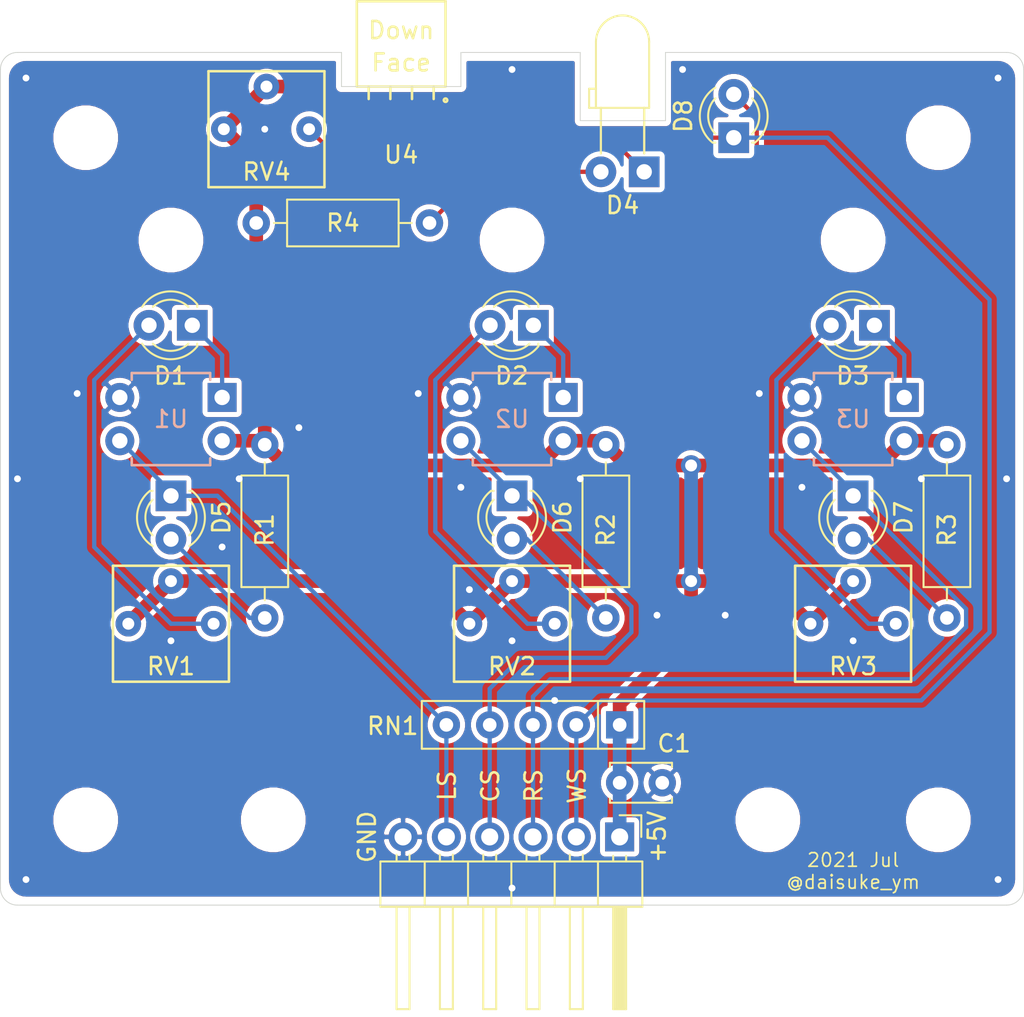
<source format=kicad_pcb>
(kicad_pcb (version 20171130) (host pcbnew "(5.1.6)-1")
  (layers (0 F.Cu signal) (31 B.Cu signal) (34 B.Paste user) (35 F.Paste user) (36 B.SilkS user) (37 F.SilkS user) (38 B.Mask user) (39 F.Mask user) (44 Edge.Cuts user))
  (net 0 "")
  (net 1 +5V)
  (net 2 GND)
  (net 3 "Net-(D1-Pad2)")
  (net 4 "Net-(D2-Pad2)")
  (net 5 /LS1)
  (net 6 "Net-(D3-Pad2)")
  (net 7 "Net-(D4-Pad2)")
  (net 8 "Net-(D4-Pad1)")
  (net 9 "Net-(D5-Pad2)")
  (net 10 "Net-(D6-Pad2)")
  (net 11 /WS1)
  (net 12 "Net-(D7-Pad2)")
  (net 13 "Net-(D8-Pad2)")
  (net 14 /RS1)
  (net 15 /CS1)
  (net 16 "Net-(D1-Pad1)")
  (net 17 "Net-(D2-Pad1)")
  (net 18 "Net-(D3-Pad1)")
  (module MountingHole:MountingHole_3.2mm_M3 (layer F.Cu) (at 175 125)
    (fp_text reference MH6 hide)
    (fp_text value MountingHole_3.2mm_M3)
    (pad 1 np_thru_hole circle (at 0 0) (size 3.2 3.2) (drill 3.2) (layers *.Cu *.Mask))
  )
  (module MountingHole:MountingHole_3.2mm_M3 (layer F.Cu) (at 170 91)
    (fp_text reference MH8 hide)
    (fp_text value MountingHole_3.2mm_M3)
    (pad 1 np_thru_hole circle (at 0 0) (size 3.2 3.2) (drill 3.2) (layers *.Cu *.Mask))
  )
  (module MountingHole:MountingHole_3.2mm_M3 (layer F.Cu) (at 150 91)
    (fp_text reference MH9 hide)
    (fp_text value MountingHole_3.2mm_M3)
    (pad 1 np_thru_hole circle (at 0 0) (size 3.2 3.2) (drill 3.2) (layers *.Cu *.Mask))
  )
  (module MountingHole:MountingHole_3.2mm_M3 (layer F.Cu) (at 130 91)
    (fp_text reference MH10 hide)
    (fp_text value MountingHole_3.2mm_M3)
    (pad 1 np_thru_hole circle (at 0 0) (size 3.2 3.2) (drill 3.2) (layers *.Cu *.Mask))
  )
  (module MountingHole:MountingHole_3.2mm_M3 (layer F.Cu) (at 165 125)
    (fp_text reference MH5 hide)
    (fp_text value MountingHole_3.2mm_M3)
    (pad 1 np_thru_hole circle (at 0 0) (size 3.2 3.2) (drill 3.2) (layers *.Cu *.Mask))
  )
  (module MountingHole:MountingHole_3.2mm_M3 (layer F.Cu) (at 136 125)
    (fp_text reference MH4 hide)
    (fp_text value MountingHole_3.2mm_M3)
    (pad 1 np_thru_hole circle (at 0 0) (size 3.2 3.2) (drill 3.2) (layers *.Cu *.Mask))
  )
  (module MountingHole:MountingHole_3.2mm_M3 (layer F.Cu) (at 125 125)
    (fp_text reference MH3 hide)
    (fp_text value MountingHole_3.2mm_M3)
    (pad 1 np_thru_hole circle (at 0 0) (size 3.2 3.2) (drill 3.2) (layers *.Cu *.Mask))
  )
  (module MountingHole:MountingHole_3.2mm_M3 (layer F.Cu) (at 175 85)
    (fp_text reference MH2 hide)
    (fp_text value MountingHole_3.2mm_M3)
    (pad 1 np_thru_hole circle (at 0 0) (size 3.2 3.2) (drill 3.2) (layers *.Cu *.Mask))
  )
  (module MountingHole:MountingHole_3.2mm_M3 (layer F.Cu) (at 125 85)
    (fp_text reference MH1 hide)
    (fp_text value MountingHole_3.2mm_M3 hide)
    (pad 1 np_thru_hole circle (at 0 0) (size 3.2 3.2) (drill 3.2) (layers *.Cu *.Mask))
  )
  (module LED_THT:LED_D3.0mm_Horizontal_O3.81mm_Z6.0mm (layer F.Cu) (at 157.75 87 180)
    (fp_text reference D4 (at 1.27 -1.96) (layer F.SilkS))
    (fp_text value "IR LED")
    (fp_line (start -0.29 3.75) (end -0.29 7.61) (layer F.SilkS) (width 0.12))
    (fp_line (start 2.83 3.75) (end 2.83 7.61) (layer F.SilkS) (width 0.12))
    (fp_line (start -0.29 3.75) (end 2.83 3.75) (layer F.SilkS) (width 0.12))
    (fp_line (start 3.23 3.75) (end 3.23 4.87) (layer F.SilkS) (width 0.12))
    (fp_line (start 3.23 4.87) (end 2.83 4.87) (layer F.SilkS) (width 0.12))
    (fp_line (start 2.83 4.87) (end 2.83 3.75) (layer F.SilkS) (width 0.12))
    (fp_line (start 2.83 3.75) (end 3.23 3.75) (layer F.SilkS) (width 0.12))
    (fp_line (start 0 1.08) (end 0 3.75) (layer F.SilkS) (width 0.12))
    (fp_line (start 0 3.75) (end 0 3.75) (layer F.SilkS) (width 0.12))
    (fp_line (start 0 3.75) (end 0 1.08) (layer F.SilkS) (width 0.12))
    (fp_line (start 0 1.08) (end 0 1.08) (layer F.SilkS) (width 0.12))
    (fp_line (start 2.54 1.08) (end 2.54 3.75) (layer F.SilkS) (width 0.12))
    (fp_line (start 2.54 3.75) (end 2.54 3.75) (layer F.SilkS) (width 0.12))
    (fp_line (start 2.54 3.75) (end 2.54 1.08) (layer F.SilkS) (width 0.12))
    (fp_line (start 2.54 1.08) (end 2.54 1.08) (layer F.SilkS) (width 0.12))
    (fp_arc (start 1.27 7.61) (end -0.29 7.61) (angle -180) (layer F.SilkS) (width 0.12))
    (pad 1 thru_hole rect (at 0 0 180) (size 1.8 1.8) (drill 0.9) (layers *.Cu *.Mask) (net 8 "Net-(D4-Pad1)"))
    (pad 2 thru_hole circle (at 2.54 0 180) (size 1.8 1.8) (drill 0.9) (layers *.Cu *.Mask) (net 7 "Net-(D4-Pad2)"))
  )
  (module MyLib:S6809_Horizontal_Facedown (layer F.Cu) (at 143.5 84 180)
    (fp_text reference U4 (at 0 -2) (layer F.SilkS))
    (fp_text value S6809)
    (fp_circle (center -2.6 1.2) (end -2.6 1.3) (layer F.SilkS) (width 0.15))
    (fp_line (start -1.905 1.27) (end -1.905 2) (layer F.SilkS) (width 0.15))
    (fp_line (start -0.635 1.27) (end -0.635 2) (layer F.SilkS) (width 0.15))
    (fp_line (start 0.635 1.27) (end 0.635 2) (layer F.SilkS) (width 0.15))
    (fp_line (start 1.905 1.27) (end 1.905 2) (layer F.SilkS) (width 0.15))
    (fp_line (start -2.6 2) (end 2.6 2) (layer F.SilkS) (width 0.15))
    (fp_line (start 2.6 2) (end 2.6 7) (layer F.SilkS) (width 0.15))
    (fp_line (start 2.6 7) (end -2.6 7) (layer F.SilkS) (width 0.15))
    (fp_line (start -2.6 7) (end -2.6 2) (layer F.SilkS) (width 0.15))
    (fp_text user Face (at 0 3.4) (layer F.SilkS))
    (fp_text user Down (at 0 5.3) (layer F.SilkS))
    (pad 1 smd rect (at -1.905 0 180) (size 1 2) (layers F.Cu F.Paste F.Mask) (net 11 /WS1))
    (pad 2 smd rect (at -0.635 0 180) (size 1 2) (layers F.Cu F.Paste F.Mask) (net 2 GND))
    (pad 3 smd rect (at 0.635 0 180) (size 1 2) (layers F.Cu F.Paste F.Mask) (net 8 "Net-(D4-Pad1)"))
    (pad 4 smd rect (at 1.905 0 180) (size 1 2) (layers F.Cu F.Paste F.Mask) (net 1 +5V))
  )
  (module LED_THT:LED_D3.0mm_Clear (layer F.Cu) (at 130 106 270)
    (fp_text reference D5 (at 1.27 -2.96 90) (layer F.SilkS))
    (fp_text value RED)
    (fp_line (start -0.29 1.08) (end -0.29 1.236) (layer F.SilkS) (width 0.12))
    (fp_line (start -0.29 -1.236) (end -0.29 -1.08) (layer F.SilkS) (width 0.12))
    (fp_arc (start 1.27 0) (end 0.229039 1.08) (angle -87.9) (layer F.SilkS) (width 0.12))
    (fp_arc (start 1.27 0) (end 0.229039 -1.08) (angle 87.9) (layer F.SilkS) (width 0.12))
    (fp_arc (start 1.27 0) (end -0.29 1.235516) (angle -108.8) (layer F.SilkS) (width 0.12))
    (fp_arc (start 1.27 0) (end -0.29 -1.235516) (angle 108.8) (layer F.SilkS) (width 0.12))
    (pad 2 thru_hole circle (at 2.54 0 270) (size 1.8 1.8) (drill 0.9) (layers *.Cu *.Mask) (net 9 "Net-(D5-Pad2)"))
    (pad 1 thru_hole rect (at 0 0 270) (size 1.8 1.8) (drill 0.9) (layers *.Cu *.Mask) (net 5 /LS1))
  )
  (module LED_THT:LED_D3.0mm_Clear (layer F.Cu) (at 150 106 270)
    (fp_text reference D6 (at 1.27 -2.96 90) (layer F.SilkS))
    (fp_text value BLUE)
    (fp_line (start -0.29 -1.236) (end -0.29 -1.08) (layer F.SilkS) (width 0.12))
    (fp_line (start -0.29 1.08) (end -0.29 1.236) (layer F.SilkS) (width 0.12))
    (fp_arc (start 1.27 0) (end -0.29 -1.235516) (angle 108.8) (layer F.SilkS) (width 0.12))
    (fp_arc (start 1.27 0) (end -0.29 1.235516) (angle -108.8) (layer F.SilkS) (width 0.12))
    (fp_arc (start 1.27 0) (end 0.229039 -1.08) (angle 87.9) (layer F.SilkS) (width 0.12))
    (fp_arc (start 1.27 0) (end 0.229039 1.08) (angle -87.9) (layer F.SilkS) (width 0.12))
    (pad 1 thru_hole rect (at 0 0 270) (size 1.8 1.8) (drill 0.9) (layers *.Cu *.Mask) (net 15 /CS1))
    (pad 2 thru_hole circle (at 2.54 0 270) (size 1.8 1.8) (drill 0.9) (layers *.Cu *.Mask) (net 10 "Net-(D6-Pad2)"))
  )
  (module LED_THT:LED_D3.0mm_Clear (layer F.Cu) (at 170 106 270)
    (fp_text reference D7 (at 1.27 -2.96 90) (layer F.SilkS))
    (fp_text value RED)
    (fp_line (start -0.29 1.08) (end -0.29 1.236) (layer F.SilkS) (width 0.12))
    (fp_line (start -0.29 -1.236) (end -0.29 -1.08) (layer F.SilkS) (width 0.12))
    (fp_arc (start 1.27 0) (end 0.229039 1.08) (angle -87.9) (layer F.SilkS) (width 0.12))
    (fp_arc (start 1.27 0) (end 0.229039 -1.08) (angle 87.9) (layer F.SilkS) (width 0.12))
    (fp_arc (start 1.27 0) (end -0.29 1.235516) (angle -108.8) (layer F.SilkS) (width 0.12))
    (fp_arc (start 1.27 0) (end -0.29 -1.235516) (angle 108.8) (layer F.SilkS) (width 0.12))
    (pad 2 thru_hole circle (at 2.54 0 270) (size 1.8 1.8) (drill 0.9) (layers *.Cu *.Mask) (net 12 "Net-(D7-Pad2)"))
    (pad 1 thru_hole rect (at 0 0 270) (size 1.8 1.8) (drill 0.9) (layers *.Cu *.Mask) (net 14 /RS1))
  )
  (module LED_THT:LED_D3.0mm_Clear (layer F.Cu) (at 131.25 96 180)
    (fp_text reference D1 (at 1.27 -2.96) (layer F.SilkS))
    (fp_text value "IR LED")
    (fp_line (start -0.29 -1.236) (end -0.29 -1.08) (layer F.SilkS) (width 0.12))
    (fp_line (start -0.29 1.08) (end -0.29 1.236) (layer F.SilkS) (width 0.12))
    (fp_arc (start 1.27 0) (end -0.29 -1.235516) (angle 108.8) (layer F.SilkS) (width 0.12))
    (fp_arc (start 1.27 0) (end -0.29 1.235516) (angle -108.8) (layer F.SilkS) (width 0.12))
    (fp_arc (start 1.27 0) (end 0.229039 -1.08) (angle 87.9) (layer F.SilkS) (width 0.12))
    (fp_arc (start 1.27 0) (end 0.229039 1.08) (angle -87.9) (layer F.SilkS) (width 0.12))
    (pad 1 thru_hole rect (at 0 0 180) (size 1.8 1.8) (drill 0.9) (layers *.Cu *.Mask) (net 16 "Net-(D1-Pad1)"))
    (pad 2 thru_hole circle (at 2.54 0 180) (size 1.8 1.8) (drill 0.9) (layers *.Cu *.Mask) (net 3 "Net-(D1-Pad2)"))
  )
  (module LED_THT:LED_D3.0mm_Clear (layer F.Cu) (at 151.25 96 180)
    (fp_text reference D2 (at 1.27 -2.96) (layer F.SilkS))
    (fp_text value "IR LED")
    (fp_line (start -0.29 1.08) (end -0.29 1.236) (layer F.SilkS) (width 0.12))
    (fp_line (start -0.29 -1.236) (end -0.29 -1.08) (layer F.SilkS) (width 0.12))
    (fp_arc (start 1.27 0) (end 0.229039 1.08) (angle -87.9) (layer F.SilkS) (width 0.12))
    (fp_arc (start 1.27 0) (end 0.229039 -1.08) (angle 87.9) (layer F.SilkS) (width 0.12))
    (fp_arc (start 1.27 0) (end -0.29 1.235516) (angle -108.8) (layer F.SilkS) (width 0.12))
    (fp_arc (start 1.27 0) (end -0.29 -1.235516) (angle 108.8) (layer F.SilkS) (width 0.12))
    (pad 2 thru_hole circle (at 2.54 0 180) (size 1.8 1.8) (drill 0.9) (layers *.Cu *.Mask) (net 4 "Net-(D2-Pad2)"))
    (pad 1 thru_hole rect (at 0 0 180) (size 1.8 1.8) (drill 0.9) (layers *.Cu *.Mask) (net 17 "Net-(D2-Pad1)"))
  )
  (module LED_THT:LED_D3.0mm_Clear (layer F.Cu) (at 171.25 96 180)
    (fp_text reference D3 (at 1.27 -2.96) (layer F.SilkS))
    (fp_text value "IR LED")
    (fp_line (start -0.29 -1.236) (end -0.29 -1.08) (layer F.SilkS) (width 0.12))
    (fp_line (start -0.29 1.08) (end -0.29 1.236) (layer F.SilkS) (width 0.12))
    (fp_arc (start 1.27 0) (end -0.29 -1.235516) (angle 108.8) (layer F.SilkS) (width 0.12))
    (fp_arc (start 1.27 0) (end -0.29 1.235516) (angle -108.8) (layer F.SilkS) (width 0.12))
    (fp_arc (start 1.27 0) (end 0.229039 -1.08) (angle 87.9) (layer F.SilkS) (width 0.12))
    (fp_arc (start 1.27 0) (end 0.229039 1.08) (angle -87.9) (layer F.SilkS) (width 0.12))
    (pad 1 thru_hole rect (at 0 0 180) (size 1.8 1.8) (drill 0.9) (layers *.Cu *.Mask) (net 18 "Net-(D3-Pad1)"))
    (pad 2 thru_hole circle (at 2.54 0 180) (size 1.8 1.8) (drill 0.9) (layers *.Cu *.Mask) (net 6 "Net-(D3-Pad2)"))
  )
  (module LED_THT:LED_D3.0mm_Clear (layer F.Cu) (at 163 85 90)
    (fp_text reference D8 (at 1.27 -2.96 90) (layer F.SilkS))
    (fp_text value YELLOW)
    (fp_line (start -0.29 -1.236) (end -0.29 -1.08) (layer F.SilkS) (width 0.12))
    (fp_line (start -0.29 1.08) (end -0.29 1.236) (layer F.SilkS) (width 0.12))
    (fp_arc (start 1.27 0) (end -0.29 -1.235516) (angle 108.8) (layer F.SilkS) (width 0.12))
    (fp_arc (start 1.27 0) (end -0.29 1.235516) (angle -108.8) (layer F.SilkS) (width 0.12))
    (fp_arc (start 1.27 0) (end 0.229039 -1.08) (angle 87.9) (layer F.SilkS) (width 0.12))
    (fp_arc (start 1.27 0) (end 0.229039 1.08) (angle -87.9) (layer F.SilkS) (width 0.12))
    (pad 1 thru_hole rect (at 0 0 90) (size 1.8 1.8) (drill 0.9) (layers *.Cu *.Mask) (net 11 /WS1))
    (pad 2 thru_hole circle (at 2.54 0 90) (size 1.8 1.8) (drill 0.9) (layers *.Cu *.Mask) (net 13 "Net-(D8-Pad2)"))
  )
  (module Connector_PinHeader_2.54mm:PinHeader_1x06_P2.54mm_Horizontal (layer F.Cu) (at 156.31 126 270)
    (fp_text reference J1 hide)
    (fp_text value Conn_01x06)
    (fp_line (start 1.44 -1.33) (end 1.44 14.03) (layer F.SilkS) (width 0.12))
    (fp_line (start 1.44 14.03) (end 4.1 14.03) (layer F.SilkS) (width 0.12))
    (fp_line (start 4.1 14.03) (end 4.1 -1.33) (layer F.SilkS) (width 0.12))
    (fp_line (start 4.1 -1.33) (end 1.44 -1.33) (layer F.SilkS) (width 0.12))
    (fp_line (start 4.1 -0.38) (end 10.1 -0.38) (layer F.SilkS) (width 0.12))
    (fp_line (start 10.1 -0.38) (end 10.1 0.38) (layer F.SilkS) (width 0.12))
    (fp_line (start 10.1 0.38) (end 4.1 0.38) (layer F.SilkS) (width 0.12))
    (fp_line (start 4.1 -0.32) (end 10.1 -0.32) (layer F.SilkS) (width 0.12))
    (fp_line (start 4.1 -0.2) (end 10.1 -0.2) (layer F.SilkS) (width 0.12))
    (fp_line (start 4.1 -0.08) (end 10.1 -0.08) (layer F.SilkS) (width 0.12))
    (fp_line (start 4.1 0.04) (end 10.1 0.04) (layer F.SilkS) (width 0.12))
    (fp_line (start 4.1 0.16) (end 10.1 0.16) (layer F.SilkS) (width 0.12))
    (fp_line (start 4.1 0.28) (end 10.1 0.28) (layer F.SilkS) (width 0.12))
    (fp_line (start 1.11 -0.38) (end 1.44 -0.38) (layer F.SilkS) (width 0.12))
    (fp_line (start 1.11 0.38) (end 1.44 0.38) (layer F.SilkS) (width 0.12))
    (fp_line (start 1.44 1.27) (end 4.1 1.27) (layer F.SilkS) (width 0.12))
    (fp_line (start 4.1 2.16) (end 10.1 2.16) (layer F.SilkS) (width 0.12))
    (fp_line (start 10.1 2.16) (end 10.1 2.92) (layer F.SilkS) (width 0.12))
    (fp_line (start 10.1 2.92) (end 4.1 2.92) (layer F.SilkS) (width 0.12))
    (fp_line (start 1.042929 2.16) (end 1.44 2.16) (layer F.SilkS) (width 0.12))
    (fp_line (start 1.042929 2.92) (end 1.44 2.92) (layer F.SilkS) (width 0.12))
    (fp_line (start 1.44 3.81) (end 4.1 3.81) (layer F.SilkS) (width 0.12))
    (fp_line (start 4.1 4.7) (end 10.1 4.7) (layer F.SilkS) (width 0.12))
    (fp_line (start 10.1 4.7) (end 10.1 5.46) (layer F.SilkS) (width 0.12))
    (fp_line (start 10.1 5.46) (end 4.1 5.46) (layer F.SilkS) (width 0.12))
    (fp_line (start 1.042929 4.7) (end 1.44 4.7) (layer F.SilkS) (width 0.12))
    (fp_line (start 1.042929 5.46) (end 1.44 5.46) (layer F.SilkS) (width 0.12))
    (fp_line (start 1.44 6.35) (end 4.1 6.35) (layer F.SilkS) (width 0.12))
    (fp_line (start 4.1 7.24) (end 10.1 7.24) (layer F.SilkS) (width 0.12))
    (fp_line (start 10.1 7.24) (end 10.1 8) (layer F.SilkS) (width 0.12))
    (fp_line (start 10.1 8) (end 4.1 8) (layer F.SilkS) (width 0.12))
    (fp_line (start 1.042929 7.24) (end 1.44 7.24) (layer F.SilkS) (width 0.12))
    (fp_line (start 1.042929 8) (end 1.44 8) (layer F.SilkS) (width 0.12))
    (fp_line (start 1.44 8.89) (end 4.1 8.89) (layer F.SilkS) (width 0.12))
    (fp_line (start 4.1 9.78) (end 10.1 9.78) (layer F.SilkS) (width 0.12))
    (fp_line (start 10.1 9.78) (end 10.1 10.54) (layer F.SilkS) (width 0.12))
    (fp_line (start 10.1 10.54) (end 4.1 10.54) (layer F.SilkS) (width 0.12))
    (fp_line (start 1.042929 9.78) (end 1.44 9.78) (layer F.SilkS) (width 0.12))
    (fp_line (start 1.042929 10.54) (end 1.44 10.54) (layer F.SilkS) (width 0.12))
    (fp_line (start 1.44 11.43) (end 4.1 11.43) (layer F.SilkS) (width 0.12))
    (fp_line (start 4.1 12.32) (end 10.1 12.32) (layer F.SilkS) (width 0.12))
    (fp_line (start 10.1 12.32) (end 10.1 13.08) (layer F.SilkS) (width 0.12))
    (fp_line (start 10.1 13.08) (end 4.1 13.08) (layer F.SilkS) (width 0.12))
    (fp_line (start 1.042929 12.32) (end 1.44 12.32) (layer F.SilkS) (width 0.12))
    (fp_line (start 1.042929 13.08) (end 1.44 13.08) (layer F.SilkS) (width 0.12))
    (fp_line (start -1.27 0) (end -1.27 -1.27) (layer F.SilkS) (width 0.12))
    (fp_line (start -1.27 -1.27) (end 0 -1.27) (layer F.SilkS) (width 0.12))
    (pad 1 thru_hole rect (at 0 0 270) (size 1.7 1.7) (drill 1) (layers *.Cu *.Mask) (net 1 +5V))
    (pad 2 thru_hole oval (at 0 2.54 270) (size 1.7 1.7) (drill 1) (layers *.Cu *.Mask) (net 11 /WS1))
    (pad 3 thru_hole oval (at 0 5.08 270) (size 1.7 1.7) (drill 1) (layers *.Cu *.Mask) (net 14 /RS1))
    (pad 4 thru_hole oval (at 0 7.62 270) (size 1.7 1.7) (drill 1) (layers *.Cu *.Mask) (net 15 /CS1))
    (pad 5 thru_hole oval (at 0 10.16 270) (size 1.7 1.7) (drill 1) (layers *.Cu *.Mask) (net 5 /LS1))
    (pad 6 thru_hole oval (at 0 12.7 270) (size 1.7 1.7) (drill 1) (layers *.Cu *.Mask) (net 2 GND))
  )
  (module Resistor_THT:R_Axial_DIN0207_L6.3mm_D2.5mm_P10.16mm_Horizontal (layer F.Cu) (at 135.5 103 270)
    (fp_text reference R1 (at 5 0 90) (layer F.SilkS))
    (fp_text value 1k)
    (fp_line (start 1.81 -1.37) (end 1.81 1.37) (layer F.SilkS) (width 0.12))
    (fp_line (start 1.81 1.37) (end 8.35 1.37) (layer F.SilkS) (width 0.12))
    (fp_line (start 8.35 1.37) (end 8.35 -1.37) (layer F.SilkS) (width 0.12))
    (fp_line (start 8.35 -1.37) (end 1.81 -1.37) (layer F.SilkS) (width 0.12))
    (fp_line (start 1.04 0) (end 1.81 0) (layer F.SilkS) (width 0.12))
    (fp_line (start 9.12 0) (end 8.35 0) (layer F.SilkS) (width 0.12))
    (pad 1 thru_hole circle (at 0 0 270) (size 1.6 1.6) (drill 0.8) (layers *.Cu *.Mask) (net 1 +5V))
    (pad 2 thru_hole oval (at 10.16 0 270) (size 1.6 1.6) (drill 0.8) (layers *.Cu *.Mask) (net 9 "Net-(D5-Pad2)"))
  )
  (module Resistor_THT:R_Axial_DIN0207_L6.3mm_D2.5mm_P10.16mm_Horizontal (layer F.Cu) (at 155.5 103 270)
    (fp_text reference R2 (at 5 0 90) (layer F.SilkS))
    (fp_text value 1k)
    (fp_line (start 9.12 0) (end 8.35 0) (layer F.SilkS) (width 0.12))
    (fp_line (start 1.04 0) (end 1.81 0) (layer F.SilkS) (width 0.12))
    (fp_line (start 8.35 -1.37) (end 1.81 -1.37) (layer F.SilkS) (width 0.12))
    (fp_line (start 8.35 1.37) (end 8.35 -1.37) (layer F.SilkS) (width 0.12))
    (fp_line (start 1.81 1.37) (end 8.35 1.37) (layer F.SilkS) (width 0.12))
    (fp_line (start 1.81 -1.37) (end 1.81 1.37) (layer F.SilkS) (width 0.12))
    (pad 2 thru_hole oval (at 10.16 0 270) (size 1.6 1.6) (drill 0.8) (layers *.Cu *.Mask) (net 10 "Net-(D6-Pad2)"))
    (pad 1 thru_hole circle (at 0 0 270) (size 1.6 1.6) (drill 0.8) (layers *.Cu *.Mask) (net 1 +5V))
  )
  (module Resistor_THT:R_Axial_DIN0207_L6.3mm_D2.5mm_P10.16mm_Horizontal (layer F.Cu) (at 175.5 103 270)
    (fp_text reference R3 (at 5 0 90) (layer F.SilkS))
    (fp_text value 1k)
    (fp_line (start 1.81 -1.37) (end 1.81 1.37) (layer F.SilkS) (width 0.12))
    (fp_line (start 1.81 1.37) (end 8.35 1.37) (layer F.SilkS) (width 0.12))
    (fp_line (start 8.35 1.37) (end 8.35 -1.37) (layer F.SilkS) (width 0.12))
    (fp_line (start 8.35 -1.37) (end 1.81 -1.37) (layer F.SilkS) (width 0.12))
    (fp_line (start 1.04 0) (end 1.81 0) (layer F.SilkS) (width 0.12))
    (fp_line (start 9.12 0) (end 8.35 0) (layer F.SilkS) (width 0.12))
    (pad 1 thru_hole circle (at 0 0 270) (size 1.6 1.6) (drill 0.8) (layers *.Cu *.Mask) (net 1 +5V))
    (pad 2 thru_hole oval (at 10.16 0 270) (size 1.6 1.6) (drill 0.8) (layers *.Cu *.Mask) (net 12 "Net-(D7-Pad2)"))
  )
  (module Resistor_THT:R_Axial_DIN0207_L6.3mm_D2.5mm_P10.16mm_Horizontal (layer F.Cu) (at 135 90)
    (fp_text reference R4 (at 5.08 0) (layer F.SilkS))
    (fp_text value 1k)
    (fp_line (start 9.12 0) (end 8.35 0) (layer F.SilkS) (width 0.12))
    (fp_line (start 1.04 0) (end 1.81 0) (layer F.SilkS) (width 0.12))
    (fp_line (start 8.35 -1.37) (end 1.81 -1.37) (layer F.SilkS) (width 0.12))
    (fp_line (start 8.35 1.37) (end 8.35 -1.37) (layer F.SilkS) (width 0.12))
    (fp_line (start 1.81 1.37) (end 8.35 1.37) (layer F.SilkS) (width 0.12))
    (fp_line (start 1.81 -1.37) (end 1.81 1.37) (layer F.SilkS) (width 0.12))
    (pad 2 thru_hole oval (at 10.16 0) (size 1.6 1.6) (drill 0.8) (layers *.Cu *.Mask) (net 13 "Net-(D8-Pad2)"))
    (pad 1 thru_hole circle (at 0 0) (size 1.6 1.6) (drill 0.8) (layers *.Cu *.Mask) (net 1 +5V))
  )
  (module Resistor_THT:R_Array_SIP5 (layer F.Cu) (at 156.31 119.43 180)
    (fp_text reference RN1 (at 13.31 -0.07) (layer F.SilkS))
    (fp_text value 10k)
    (fp_line (start -1.44 -1.4) (end -1.44 1.4) (layer F.SilkS) (width 0.12))
    (fp_line (start -1.44 1.4) (end 11.6 1.4) (layer F.SilkS) (width 0.12))
    (fp_line (start 11.6 1.4) (end 11.6 -1.4) (layer F.SilkS) (width 0.12))
    (fp_line (start 11.6 -1.4) (end -1.44 -1.4) (layer F.SilkS) (width 0.12))
    (fp_line (start 1.27 -1.4) (end 1.27 1.4) (layer F.SilkS) (width 0.12))
    (pad 1 thru_hole rect (at 0 0 180) (size 1.6 1.6) (drill 0.8) (layers *.Cu *.Mask) (net 1 +5V))
    (pad 2 thru_hole oval (at 2.54 0 180) (size 1.6 1.6) (drill 0.8) (layers *.Cu *.Mask) (net 11 /WS1))
    (pad 3 thru_hole oval (at 5.08 0 180) (size 1.6 1.6) (drill 0.8) (layers *.Cu *.Mask) (net 14 /RS1))
    (pad 4 thru_hole oval (at 7.62 0 180) (size 1.6 1.6) (drill 0.8) (layers *.Cu *.Mask) (net 15 /CS1))
    (pad 5 thru_hole oval (at 10.16 0 180) (size 1.6 1.6) (drill 0.8) (layers *.Cu *.Mask) (net 5 /LS1))
  )
  (module MyLib:GF063P1 (layer F.Cu) (at 130 113.5)
    (fp_text reference RV1 (at 0 2.5) (layer F.SilkS))
    (fp_text value 4K7)
    (fp_line (start -3.4 -3.4) (end -3.4 3.4) (layer F.SilkS) (width 0.15))
    (fp_line (start -3.4 3.4) (end 3.4 3.4) (layer F.SilkS) (width 0.15))
    (fp_line (start 3.4 3.4) (end 3.4 -3.4) (layer F.SilkS) (width 0.15))
    (fp_line (start 3.4 -3.4) (end -3.4 -3.4) (layer F.SilkS) (width 0.15))
    (pad 3 thru_hole circle (at 2.5 0) (size 1.5 1.5) (drill 0.7) (layers *.Cu *.Mask) (net 3 "Net-(D1-Pad2)"))
    (pad 2 thru_hole circle (at 0 -2.5) (size 1.5 1.5) (drill 0.7) (layers *.Cu *.Mask) (net 1 +5V))
    (pad 1 thru_hole circle (at -2.5 0) (size 1.5 1.5) (drill 0.7) (layers *.Cu *.Mask) (net 1 +5V))
  )
  (module MyLib:GF063P1 (layer F.Cu) (at 150 113.5)
    (fp_text reference RV2 (at 0 2.5) (layer F.SilkS))
    (fp_text value 4K7)
    (fp_line (start 3.4 -3.4) (end -3.4 -3.4) (layer F.SilkS) (width 0.15))
    (fp_line (start 3.4 3.4) (end 3.4 -3.4) (layer F.SilkS) (width 0.15))
    (fp_line (start -3.4 3.4) (end 3.4 3.4) (layer F.SilkS) (width 0.15))
    (fp_line (start -3.4 -3.4) (end -3.4 3.4) (layer F.SilkS) (width 0.15))
    (pad 1 thru_hole circle (at -2.5 0) (size 1.5 1.5) (drill 0.7) (layers *.Cu *.Mask) (net 1 +5V))
    (pad 2 thru_hole circle (at 0 -2.5) (size 1.5 1.5) (drill 0.7) (layers *.Cu *.Mask) (net 1 +5V))
    (pad 3 thru_hole circle (at 2.5 0) (size 1.5 1.5) (drill 0.7) (layers *.Cu *.Mask) (net 4 "Net-(D2-Pad2)"))
  )
  (module MyLib:GF063P1 (layer F.Cu) (at 170 113.5)
    (fp_text reference RV3 (at 0 2.5) (layer F.SilkS))
    (fp_text value 4K7)
    (fp_line (start 3.4 -3.4) (end -3.4 -3.4) (layer F.SilkS) (width 0.15))
    (fp_line (start 3.4 3.4) (end 3.4 -3.4) (layer F.SilkS) (width 0.15))
    (fp_line (start -3.4 3.4) (end 3.4 3.4) (layer F.SilkS) (width 0.15))
    (fp_line (start -3.4 -3.4) (end -3.4 3.4) (layer F.SilkS) (width 0.15))
    (pad 1 thru_hole circle (at -2.5 0) (size 1.5 1.5) (drill 0.7) (layers *.Cu *.Mask) (net 1 +5V))
    (pad 2 thru_hole circle (at 0 -2.5) (size 1.5 1.5) (drill 0.7) (layers *.Cu *.Mask) (net 1 +5V))
    (pad 3 thru_hole circle (at 2.5 0) (size 1.5 1.5) (drill 0.7) (layers *.Cu *.Mask) (net 6 "Net-(D3-Pad2)"))
  )
  (module MyLib:GF063P1 (layer F.Cu) (at 135.6 84.5)
    (fp_text reference RV4 (at 0 2.5) (layer F.SilkS))
    (fp_text value 4K7)
    (fp_line (start -3.4 -3.4) (end -3.4 3.4) (layer F.SilkS) (width 0.15))
    (fp_line (start -3.4 3.4) (end 3.4 3.4) (layer F.SilkS) (width 0.15))
    (fp_line (start 3.4 3.4) (end 3.4 -3.4) (layer F.SilkS) (width 0.15))
    (fp_line (start 3.4 -3.4) (end -3.4 -3.4) (layer F.SilkS) (width 0.15))
    (pad 3 thru_hole circle (at 2.5 0) (size 1.5 1.5) (drill 0.7) (layers *.Cu *.Mask) (net 7 "Net-(D4-Pad2)"))
    (pad 2 thru_hole circle (at 0 -2.5) (size 1.5 1.5) (drill 0.7) (layers *.Cu *.Mask) (net 1 +5V))
    (pad 1 thru_hole circle (at -2.5 0) (size 1.5 1.5) (drill 0.7) (layers *.Cu *.Mask) (net 1 +5V))
  )
  (module MyLib:S7136 (layer B.Cu) (at 130 101.5 180)
    (fp_text reference U1 (at 0 0) (layer B.SilkS) (effects (justify mirror)))
    (fp_text value S7136)
    (fp_line (start 2.3 -2.7) (end 2.3 -2.3) (layer B.SilkS) (width 0.15))
    (fp_line (start -2.3 -2.7) (end -2.3 -2.3) (layer B.SilkS) (width 0.15))
    (fp_line (start 2.3 2.7) (end 2.3 2.3) (layer B.SilkS) (width 0.15))
    (fp_line (start -2.3 2.7) (end -2.3 2.3) (layer B.SilkS) (width 0.15))
    (fp_line (start 2.3 2.7) (end -2.3 2.7) (layer B.SilkS) (width 0.15))
    (fp_line (start -2.3 -2.7) (end 2.3 -2.7) (layer B.SilkS) (width 0.15))
    (pad 4 thru_hole circle (at 3 1.27 180) (size 1.7 1.7) (drill 0.9) (layers *.Cu *.Mask) (net 2 GND))
    (pad 3 thru_hole circle (at 3 -1.27 180) (size 1.7 1.7) (drill 0.9) (layers *.Cu *.Mask) (net 5 /LS1))
    (pad 2 thru_hole circle (at -3 -1.27 180) (size 1.7 1.7) (drill 0.9) (layers *.Cu *.Mask) (net 1 +5V))
    (pad 1 thru_hole rect (at -3 1.27 180) (size 1.7 1.7) (drill 0.9) (layers *.Cu *.Mask) (net 16 "Net-(D1-Pad1)"))
  )
  (module MyLib:S7136 (layer B.Cu) (at 150 101.5 180)
    (fp_text reference U2 (at 0 0) (layer B.SilkS) (effects (justify mirror)))
    (fp_text value S7136)
    (fp_line (start -2.3 -2.7) (end 2.3 -2.7) (layer B.SilkS) (width 0.15))
    (fp_line (start 2.3 2.7) (end -2.3 2.7) (layer B.SilkS) (width 0.15))
    (fp_line (start -2.3 2.7) (end -2.3 2.3) (layer B.SilkS) (width 0.15))
    (fp_line (start 2.3 2.7) (end 2.3 2.3) (layer B.SilkS) (width 0.15))
    (fp_line (start -2.3 -2.7) (end -2.3 -2.3) (layer B.SilkS) (width 0.15))
    (fp_line (start 2.3 -2.7) (end 2.3 -2.3) (layer B.SilkS) (width 0.15))
    (pad 1 thru_hole rect (at -3 1.27 180) (size 1.7 1.7) (drill 0.9) (layers *.Cu *.Mask) (net 17 "Net-(D2-Pad1)"))
    (pad 2 thru_hole circle (at -3 -1.27 180) (size 1.7 1.7) (drill 0.9) (layers *.Cu *.Mask) (net 1 +5V))
    (pad 3 thru_hole circle (at 3 -1.27 180) (size 1.7 1.7) (drill 0.9) (layers *.Cu *.Mask) (net 15 /CS1))
    (pad 4 thru_hole circle (at 3 1.27 180) (size 1.7 1.7) (drill 0.9) (layers *.Cu *.Mask) (net 2 GND))
  )
  (module MyLib:S7136 (layer B.Cu) (at 170 101.5 180)
    (fp_text reference U3 (at 0 0) (layer B.SilkS) (effects (justify mirror)))
    (fp_text value S7136)
    (fp_line (start -2.3 -2.7) (end 2.3 -2.7) (layer B.SilkS) (width 0.15))
    (fp_line (start 2.3 2.7) (end -2.3 2.7) (layer B.SilkS) (width 0.15))
    (fp_line (start -2.3 2.7) (end -2.3 2.3) (layer B.SilkS) (width 0.15))
    (fp_line (start 2.3 2.7) (end 2.3 2.3) (layer B.SilkS) (width 0.15))
    (fp_line (start -2.3 -2.7) (end -2.3 -2.3) (layer B.SilkS) (width 0.15))
    (fp_line (start 2.3 -2.7) (end 2.3 -2.3) (layer B.SilkS) (width 0.15))
    (pad 1 thru_hole rect (at -3 1.27 180) (size 1.7 1.7) (drill 0.9) (layers *.Cu *.Mask) (net 18 "Net-(D3-Pad1)"))
    (pad 2 thru_hole circle (at -3 -1.27 180) (size 1.7 1.7) (drill 0.9) (layers *.Cu *.Mask) (net 1 +5V))
    (pad 3 thru_hole circle (at 3 -1.27 180) (size 1.7 1.7) (drill 0.9) (layers *.Cu *.Mask) (net 14 /RS1))
    (pad 4 thru_hole circle (at 3 1.27 180) (size 1.7 1.7) (drill 0.9) (layers *.Cu *.Mask) (net 2 GND))
  )
  (module Capacitor_THT:C_Disc_D3.4mm_W2.1mm_P2.50mm (layer F.Cu) (at 156.31 122.825)
    (fp_text reference C1 (at 3.19 -2.3) (layer F.SilkS))
    (fp_text value 0.1u)
    (fp_line (start 3.07 0.925) (end 3.07 1.17) (layer F.SilkS) (width 0.12))
    (fp_line (start 3.07 -1.17) (end 3.07 -0.925) (layer F.SilkS) (width 0.12))
    (fp_line (start -0.57 0.925) (end -0.57 1.17) (layer F.SilkS) (width 0.12))
    (fp_line (start -0.57 -1.17) (end -0.57 -0.925) (layer F.SilkS) (width 0.12))
    (fp_line (start -0.57 1.17) (end 3.07 1.17) (layer F.SilkS) (width 0.12))
    (fp_line (start -0.57 -1.17) (end 3.07 -1.17) (layer F.SilkS) (width 0.12))
    (pad 1 thru_hole circle (at 0 0) (size 1.6 1.6) (drill 0.8) (layers *.Cu *.Mask) (net 1 +5V))
    (pad 2 thru_hole circle (at 2.5 0) (size 1.6 1.6) (drill 0.8) (layers *.Cu *.Mask) (net 2 GND))
  )
  (gr_text "2021 Jul\n@daisuke_ym" (at 170 128) (layer F.SilkS) (effects (font (size 0.8 0.8) (thickness 0.1))))
  (gr_text WS (at 153.81 123 90) (layer F.SilkS) (effects (font (size 1 1))))
  (gr_text RS (at 151.27 123 90) (layer F.SilkS) (effects (font (size 1 1))))
  (gr_text CS (at 148.73 123 90) (layer F.SilkS) (effects (font (size 1 1))))
  (gr_text LS (at 146.19 123 90) (layer F.SilkS) (effects (font (size 1 1))))
  (gr_text GND (at 141.5 126 90) (layer F.SilkS) (effects (font (size 1 1))))
  (gr_text +5V (at 158.5 126 90) (layer F.SilkS) (effects (font (size 1 1))))
  (gr_line (start 179 130) (end 121 130) (layer Edge.Cuts) (width 0.05))
  (gr_line (start 180 81) (end 180 129) (layer Edge.Cuts) (width 0.05))
  (gr_line (start 159 80) (end 179 80) (layer Edge.Cuts) (width 0.05))
  (gr_arc (start 179 81) (end 180 81) (angle -90) (layer Edge.Cuts) (width 0.05))
  (gr_arc (start 179 129) (end 179 130) (angle -90) (layer Edge.Cuts) (width 0.05))
  (gr_arc (start 121 129) (end 120 129) (angle -90) (layer Edge.Cuts) (width 0.05))
  (gr_line (start 147 80) (end 154 80) (layer Edge.Cuts) (width 0.05))
  (gr_arc (start 121 81) (end 121 80) (angle -90) (layer Edge.Cuts) (width 0.05))
  (gr_line (start 140 80) (end 121 80) (layer Edge.Cuts) (width 0.05))
  (gr_line (start 147 82) (end 147 80) (layer Edge.Cuts) (width 0.05))
  (gr_line (start 140 82) (end 147 82) (layer Edge.Cuts) (width 0.05))
  (gr_line (start 140 80) (end 140 82) (layer Edge.Cuts) (width 0.05))
  (gr_line (start 159 84) (end 159 80) (layer Edge.Cuts) (width 0.05))
  (gr_line (start 154 84) (end 159 84) (layer Edge.Cuts) (width 0.05))
  (gr_line (start 154 80) (end 154 84) (layer Edge.Cuts) (width 0.05))
  (gr_line (start 120 81) (end 120 129) (layer Edge.Cuts) (width 0.05))
  (segment (start 135.27 102.77) (end 135.5 103) (width 0.8) (layer F.Cu) (net 1))
  (segment (start 133 102.77) (end 135.27 102.77) (width 0.8) (layer F.Cu) (net 1))
  (segment (start 151.549999 104.220001) (end 153 102.77) (width 0.8) (layer F.Cu) (net 1))
  (segment (start 136.720001 104.220001) (end 151.549999 104.220001) (width 0.8) (layer F.Cu) (net 1))
  (segment (start 135.5 103) (end 136.720001 104.220001) (width 0.8) (layer F.Cu) (net 1))
  (segment (start 155.27 102.77) (end 155.5 103) (width 0.8) (layer F.Cu) (net 1))
  (segment (start 153 102.77) (end 155.27 102.77) (width 0.8) (layer F.Cu) (net 1))
  (segment (start 171.549999 104.220001) (end 173 102.77) (width 0.8) (layer F.Cu) (net 1))
  (segment (start 156.720001 104.220001) (end 160.279999 104.220001) (width 0.8) (layer F.Cu) (net 1))
  (segment (start 155.5 103) (end 156.720001 104.220001) (width 0.8) (layer F.Cu) (net 1))
  (segment (start 175.27 102.77) (end 175.5 103) (width 0.8) (layer F.Cu) (net 1))
  (segment (start 173 102.77) (end 175.27 102.77) (width 0.8) (layer F.Cu) (net 1))
  (segment (start 127.5 113.5) (end 130 111) (width 0.8) (layer F.Cu) (net 1))
  (segment (start 145 111) (end 147.5 113.5) (width 0.8) (layer F.Cu) (net 1))
  (segment (start 130 111) (end 145 111) (width 0.8) (layer F.Cu) (net 1))
  (segment (start 147.5 113.5) (end 150 111) (width 0.8) (layer F.Cu) (net 1))
  (segment (start 165 111) (end 167.5 113.5) (width 0.8) (layer F.Cu) (net 1))
  (segment (start 167.5 113.5) (end 170 111) (width 0.8) (layer F.Cu) (net 1))
  (segment (start 141.595 84) (end 141.116103 84) (width 0.8) (layer F.Cu) (net 1))
  (segment (start 135.5 103) (end 135.5 93.5) (width 0.8) (layer F.Cu) (net 1))
  (segment (start 135 93) (end 135.5 93.5) (width 0.8) (layer F.Cu) (net 1))
  (segment (start 135 90) (end 135 93) (width 0.8) (layer F.Cu) (net 1))
  (segment (start 156.31 119.43) (end 156.31 118.19) (width 0.8) (layer F.Cu) (net 1))
  (segment (start 160.5 114) (end 160.5 111) (width 0.8) (layer F.Cu) (net 1))
  (segment (start 156.31 118.19) (end 160.5 114) (width 0.8) (layer F.Cu) (net 1))
  (segment (start 150 111) (end 160.5 111) (width 0.8) (layer F.Cu) (net 1))
  (segment (start 160.5 111) (end 165 111) (width 0.8) (layer F.Cu) (net 1))
  (segment (start 156.31 126) (end 156.31 122.825) (width 0.8) (layer B.Cu) (net 1))
  (segment (start 156.31 122.825) (end 156.31 119.43) (width 0.8) (layer B.Cu) (net 1))
  (segment (start 135 86.4) (end 133.1 84.5) (width 0.8) (layer F.Cu) (net 1))
  (segment (start 135 90) (end 135 86.4) (width 0.8) (layer F.Cu) (net 1))
  (segment (start 133.1 84.5) (end 135.6 82) (width 0.8) (layer F.Cu) (net 1))
  (segment (start 135.6 82) (end 137.8 82) (width 0.8) (layer F.Cu) (net 1))
  (segment (start 139.8 84) (end 141.116103 84) (width 0.8) (layer F.Cu) (net 1))
  (segment (start 137.8 82) (end 139.8 84) (width 0.8) (layer F.Cu) (net 1))
  (via (at 160.5 111) (size 1.2) (drill 0.7) (layers F.Cu B.Cu) (net 1))
  (segment (start 160.279999 104.220001) (end 171.549999 104.220001) (width 0.8) (layer F.Cu) (net 1))
  (via (at 160.5 104.220001) (size 1.2) (drill 0.7) (layers F.Cu B.Cu) (net 1))
  (segment (start 160.5 104.220001) (end 160.5 111) (width 0.8) (layer B.Cu) (net 1))
  (via (at 178.5 81.5) (size 0.8) (drill 0.4) (layers F.Cu B.Cu) (net 2))
  (via (at 121.5 81.5) (size 0.8) (drill 0.4) (layers F.Cu B.Cu) (net 2))
  (via (at 121.5 128.5) (size 0.8) (drill 0.4) (layers F.Cu B.Cu) (net 2))
  (via (at 178.5 128.5) (size 0.8) (drill 0.4) (layers F.Cu B.Cu) (net 2))
  (via (at 158.5 113) (size 0.8) (drill 0.4) (layers F.Cu B.Cu) (net 2))
  (via (at 162.5 113) (size 0.8) (drill 0.4) (layers F.Cu B.Cu) (net 2))
  (via (at 147.5 111.5) (size 0.8) (drill 0.4) (layers F.Cu B.Cu) (net 2))
  (via (at 137.5 102) (size 0.8) (drill 0.4) (layers F.Cu B.Cu) (net 2))
  (via (at 179 105) (size 0.8) (drill 0.4) (layers F.Cu B.Cu) (net 2))
  (via (at 121 105) (size 0.8) (drill 0.4) (layers F.Cu B.Cu) (net 2))
  (via (at 150 81) (size 0.8) (drill 0.4) (layers F.Cu B.Cu) (net 2))
  (via (at 150 129) (size 0.8) (drill 0.4) (layers F.Cu B.Cu) (net 2))
  (via (at 160 81) (size 0.8) (drill 0.4) (layers F.Cu B.Cu) (net 2))
  (via (at 135.5 84.5) (size 0.8) (drill 0.4) (layers F.Cu B.Cu) (net 2))
  (via (at 154 105) (size 0.8) (drill 0.4) (layers F.Cu B.Cu) (net 2))
  (via (at 174 105) (size 0.8) (drill 0.4) (layers F.Cu B.Cu) (net 2))
  (via (at 134 105) (size 0.8) (drill 0.4) (layers F.Cu B.Cu) (net 2))
  (via (at 130 114.5) (size 0.8) (drill 0.4) (layers F.Cu B.Cu) (net 2))
  (via (at 150 114.5) (size 0.8) (drill 0.4) (layers F.Cu B.Cu) (net 2))
  (via (at 170 114.5) (size 0.8) (drill 0.4) (layers F.Cu B.Cu) (net 2))
  (via (at 167 105.5) (size 0.8) (drill 0.4) (layers F.Cu B.Cu) (net 2))
  (via (at 147 105.5) (size 0.8) (drill 0.4) (layers F.Cu B.Cu) (net 2))
  (via (at 164.5 100) (size 0.8) (drill 0.4) (layers F.Cu B.Cu) (net 2))
  (via (at 144.5 100) (size 0.8) (drill 0.4) (layers F.Cu B.Cu) (net 2))
  (via (at 124.5 100) (size 0.8) (drill 0.4) (layers F.Cu B.Cu) (net 2))
  (via (at 133 109) (size 0.8) (drill 0.4) (layers F.Cu B.Cu) (net 2))
  (via (at 152.5 118) (size 0.8) (drill 0.4) (layers F.Cu B.Cu) (net 2))
  (segment (start 125.5 109) (end 130 113.5) (width 0.25) (layer B.Cu) (net 3))
  (segment (start 128.71 96) (end 125.5 99.21) (width 0.25) (layer B.Cu) (net 3))
  (segment (start 130 113.5) (end 132.5 113.5) (width 0.25) (layer B.Cu) (net 3))
  (segment (start 125.5 99.21) (end 125.5 109) (width 0.25) (layer B.Cu) (net 3))
  (segment (start 150.908998 113.5) (end 152.5 113.5) (width 0.25) (layer B.Cu) (net 4))
  (segment (start 145.5 108.091002) (end 150.908998 113.5) (width 0.25) (layer B.Cu) (net 4))
  (segment (start 145.5 99.21) (end 145.5 108.091002) (width 0.25) (layer B.Cu) (net 4))
  (segment (start 148.71 96) (end 145.5 99.21) (width 0.25) (layer B.Cu) (net 4))
  (segment (start 148.69 126) (end 148.69 119.43) (width 0.25) (layer B.Cu) (net 15))
  (segment (start 130 105.77) (end 130 106) (width 0.25) (layer B.Cu) (net 5))
  (segment (start 127 102.77) (end 130 105.77) (width 0.25) (layer B.Cu) (net 5))
  (segment (start 156.399999 85.649999) (end 157.75 87) (width 0.25) (layer F.Cu) (net 8))
  (segment (start 143.474997 85.649999) (end 156.399999 85.649999) (width 0.25) (layer F.Cu) (net 8))
  (segment (start 142.865 85.040002) (end 143.474997 85.649999) (width 0.25) (layer F.Cu) (net 8))
  (segment (start 142.865 84) (end 142.865 85.040002) (width 0.25) (layer F.Cu) (net 8))
  (segment (start 134.62 113.16) (end 135.5 113.16) (width 0.25) (layer B.Cu) (net 9))
  (segment (start 130 108.54) (end 134.62 113.16) (width 0.25) (layer B.Cu) (net 9))
  (segment (start 146.15 126) (end 146.15 119.43) (width 0.25) (layer B.Cu) (net 5))
  (segment (start 132.72 106) (end 130 106) (width 0.25) (layer B.Cu) (net 5))
  (segment (start 146.15 119.43) (end 132.72 106) (width 0.25) (layer B.Cu) (net 5))
  (segment (start 170.908998 113.5) (end 172.5 113.5) (width 0.25) (layer B.Cu) (net 6))
  (segment (start 165.5 108.091002) (end 170.908998 113.5) (width 0.25) (layer B.Cu) (net 6))
  (segment (start 165.5 99.21) (end 165.5 108.091002) (width 0.25) (layer B.Cu) (net 6))
  (segment (start 168.71 96) (end 165.5 99.21) (width 0.25) (layer B.Cu) (net 6))
  (segment (start 141.2 87.6) (end 152.8 87.6) (width 0.25) (layer F.Cu) (net 7))
  (segment (start 138.1 84.5) (end 141.2 87.6) (width 0.25) (layer F.Cu) (net 7))
  (segment (start 153.4 87) (end 152.8 87.6) (width 0.25) (layer F.Cu) (net 7))
  (segment (start 155.21 87) (end 153.4 87) (width 0.25) (layer F.Cu) (net 7))
  (segment (start 155.5 113.16) (end 150.88 108.54) (width 0.25) (layer B.Cu) (net 10))
  (segment (start 150.88 108.54) (end 150 108.54) (width 0.25) (layer B.Cu) (net 10))
  (segment (start 152 84) (end 145.405 84) (width 0.25) (layer F.Cu) (net 11))
  (segment (start 163 85) (end 153 85) (width 0.25) (layer F.Cu) (net 11))
  (segment (start 153 85) (end 152 84) (width 0.25) (layer F.Cu) (net 11))
  (segment (start 170.88 108.54) (end 175.5 113.16) (width 0.25) (layer B.Cu) (net 12))
  (segment (start 170 108.54) (end 170.88 108.54) (width 0.25) (layer B.Cu) (net 12))
  (segment (start 153.77 126) (end 153.77 119.43) (width 0.25) (layer B.Cu) (net 11))
  (segment (start 168.5 85) (end 163 85) (width 0.25) (layer B.Cu) (net 11))
  (segment (start 153.82 119.43) (end 155.25 118) (width 0.25) (layer B.Cu) (net 11))
  (segment (start 155.25 118) (end 174 118) (width 0.25) (layer B.Cu) (net 11))
  (segment (start 153.77 119.43) (end 153.82 119.43) (width 0.25) (layer B.Cu) (net 11))
  (segment (start 174 118) (end 178 114) (width 0.25) (layer B.Cu) (net 11))
  (segment (start 178 94.5) (end 168.5 85) (width 0.25) (layer B.Cu) (net 11))
  (segment (start 178 114) (end 178 94.5) (width 0.25) (layer B.Cu) (net 11))
  (segment (start 164.350001 83.810001) (end 163 82.46) (width 0.25) (layer F.Cu) (net 13))
  (segment (start 164.350001 86.260001) (end 164.350001 83.810001) (width 0.25) (layer F.Cu) (net 13))
  (segment (start 145.16 90) (end 146.66 88.5) (width 0.25) (layer F.Cu) (net 13))
  (segment (start 162.110002 88.5) (end 164.350001 86.260001) (width 0.25) (layer F.Cu) (net 13))
  (segment (start 146.66 88.5) (end 162.110002 88.5) (width 0.25) (layer F.Cu) (net 13))
  (segment (start 170 105.77) (end 170 106) (width 0.25) (layer B.Cu) (net 14))
  (segment (start 167 102.77) (end 170 105.77) (width 0.25) (layer B.Cu) (net 14))
  (segment (start 151.23 126) (end 151.23 119.43) (width 0.25) (layer B.Cu) (net 14))
  (segment (start 176.625001 112.625001) (end 170 106) (width 0.25) (layer B.Cu) (net 14))
  (segment (start 151.23 117.77) (end 152.25 116.75) (width 0.25) (layer B.Cu) (net 14))
  (segment (start 176.625001 113.700001) (end 176.625001 112.625001) (width 0.25) (layer B.Cu) (net 14))
  (segment (start 151.23 119.43) (end 151.23 117.77) (width 0.25) (layer B.Cu) (net 14))
  (segment (start 173.575002 116.75) (end 176.625001 113.700001) (width 0.25) (layer B.Cu) (net 14))
  (segment (start 152.25 116.75) (end 173.575002 116.75) (width 0.25) (layer B.Cu) (net 14))
  (segment (start 150 105.77) (end 147 102.77) (width 0.25) (layer B.Cu) (net 15))
  (segment (start 150 106) (end 150 105.77) (width 0.25) (layer B.Cu) (net 15))
  (segment (start 157 112.5) (end 150.5 106) (width 0.25) (layer B.Cu) (net 15))
  (segment (start 148.69 117.31) (end 150.5 115.5) (width 0.25) (layer B.Cu) (net 15))
  (segment (start 150.5 115.5) (end 155.5 115.5) (width 0.25) (layer B.Cu) (net 15))
  (segment (start 155.5 115.5) (end 157 114) (width 0.25) (layer B.Cu) (net 15))
  (segment (start 150.5 106) (end 150 106) (width 0.25) (layer B.Cu) (net 15))
  (segment (start 148.69 119.43) (end 148.69 117.31) (width 0.25) (layer B.Cu) (net 15))
  (segment (start 157 114) (end 157 112.5) (width 0.25) (layer B.Cu) (net 15))
  (segment (start 133 97.75) (end 131.25 96) (width 0.25) (layer B.Cu) (net 16))
  (segment (start 133 100.23) (end 133 97.75) (width 0.25) (layer B.Cu) (net 16))
  (segment (start 153 97.75) (end 151.25 96) (width 0.25) (layer B.Cu) (net 17))
  (segment (start 153 100.23) (end 153 97.75) (width 0.25) (layer B.Cu) (net 17))
  (segment (start 173 97.75) (end 171.25 96) (width 0.25) (layer B.Cu) (net 18))
  (segment (start 173 100.23) (end 173 97.75) (width 0.25) (layer B.Cu) (net 18))
  (zone (net 2) (net_name GND) (layer F.Cu) (connect_pads (clearance 0.3)) (min_thickness 0.2) (fill yes (arc_segments 32) (thermal_gap 0.3) (thermal_bridge_width 0.25) (smoothing fillet) (radius 1))
    (polygon (pts (xy 179.5 129.5) (xy 120.5 129.5) (xy 120.5 80.5) (xy 179.5 80.5)))
  )
  (zone (net 2) (net_name GND) (layer B.Cu) (connect_pads (clearance 0.3)) (min_thickness 0.2) (fill yes (arc_segments 32) (thermal_gap 0.3) (thermal_bridge_width 0.25) (smoothing fillet) (radius 1))
    (polygon (pts (xy 179.5 129.5) (xy 120.5 129.5) (xy 120.5 80.5) (xy 179.5 80.5)))
  )
)
</source>
